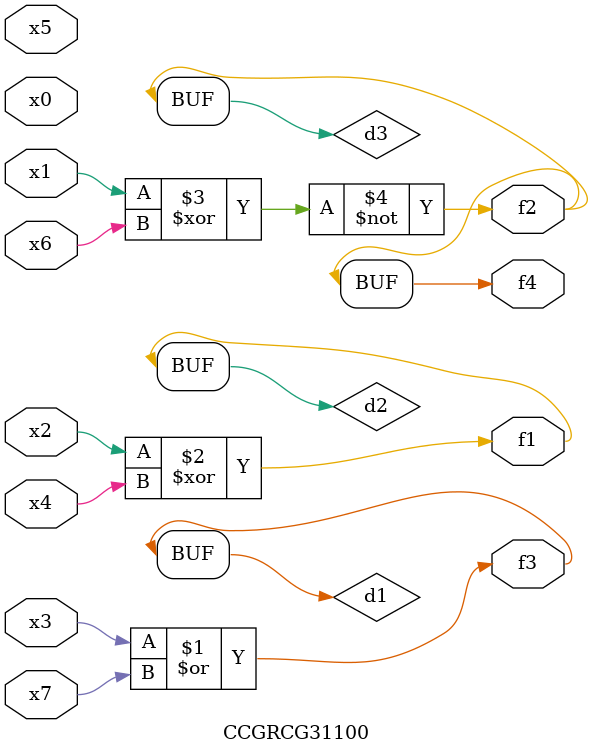
<source format=v>
module CCGRCG31100(
	input x0, x1, x2, x3, x4, x5, x6, x7,
	output f1, f2, f3, f4
);

	wire d1, d2, d3;

	or (d1, x3, x7);
	xor (d2, x2, x4);
	xnor (d3, x1, x6);
	assign f1 = d2;
	assign f2 = d3;
	assign f3 = d1;
	assign f4 = d3;
endmodule

</source>
